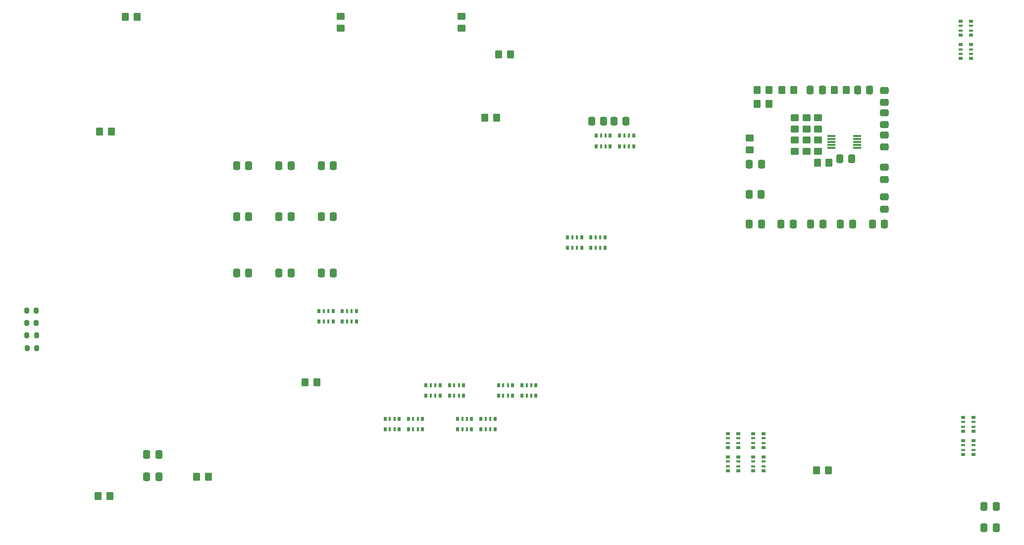
<source format=gbr>
%TF.GenerationSoftware,KiCad,Pcbnew,7.0.6-0*%
%TF.CreationDate,2024-10-04T12:35:45+02:00*%
%TF.ProjectId,Z3660_v022,5a333636-305f-4763-9032-322e6b696361,v0.22*%
%TF.SameCoordinates,Original*%
%TF.FileFunction,Paste,Bot*%
%TF.FilePolarity,Positive*%
%FSLAX46Y46*%
G04 Gerber Fmt 4.6, Leading zero omitted, Abs format (unit mm)*
G04 Created by KiCad (PCBNEW 7.0.6-0) date 2024-10-04 12:35:45*
%MOMM*%
%LPD*%
G01*
G04 APERTURE LIST*
G04 Aperture macros list*
%AMRoundRect*
0 Rectangle with rounded corners*
0 $1 Rounding radius*
0 $2 $3 $4 $5 $6 $7 $8 $9 X,Y pos of 4 corners*
0 Add a 4 corners polygon primitive as box body*
4,1,4,$2,$3,$4,$5,$6,$7,$8,$9,$2,$3,0*
0 Add four circle primitives for the rounded corners*
1,1,$1+$1,$2,$3*
1,1,$1+$1,$4,$5*
1,1,$1+$1,$6,$7*
1,1,$1+$1,$8,$9*
0 Add four rect primitives between the rounded corners*
20,1,$1+$1,$2,$3,$4,$5,0*
20,1,$1+$1,$4,$5,$6,$7,0*
20,1,$1+$1,$6,$7,$8,$9,0*
20,1,$1+$1,$8,$9,$2,$3,0*%
G04 Aperture macros list end*
%ADD10RoundRect,0.250000X-0.337500X-0.475000X0.337500X-0.475000X0.337500X0.475000X-0.337500X0.475000X0*%
%ADD11RoundRect,0.250000X0.350000X0.450000X-0.350000X0.450000X-0.350000X-0.450000X0.350000X-0.450000X0*%
%ADD12RoundRect,0.250000X-0.350000X-0.450000X0.350000X-0.450000X0.350000X0.450000X-0.350000X0.450000X0*%
%ADD13RoundRect,0.250000X-0.475000X0.337500X-0.475000X-0.337500X0.475000X-0.337500X0.475000X0.337500X0*%
%ADD14RoundRect,0.250000X0.450000X-0.350000X0.450000X0.350000X-0.450000X0.350000X-0.450000X-0.350000X0*%
%ADD15RoundRect,0.250000X0.475000X-0.337500X0.475000X0.337500X-0.475000X0.337500X-0.475000X-0.337500X0*%
%ADD16RoundRect,0.250000X-0.450000X0.350000X-0.450000X-0.350000X0.450000X-0.350000X0.450000X0.350000X0*%
%ADD17RoundRect,0.250000X0.337500X0.475000X-0.337500X0.475000X-0.337500X-0.475000X0.337500X-0.475000X0*%
%ADD18RoundRect,0.200000X-0.200000X-0.275000X0.200000X-0.275000X0.200000X0.275000X-0.200000X0.275000X0*%
%ADD19R,0.800000X0.500000*%
%ADD20R,0.800000X0.400000*%
%ADD21R,0.500000X0.800000*%
%ADD22R,0.400000X0.800000*%
%ADD23R,1.400000X0.300000*%
G04 APERTURE END LIST*
D10*
%TO.C,C12*%
X246917300Y-115239800D03*
X248992300Y-115239800D03*
%TD*%
D11*
%TO.C,R2*%
X161534600Y-48681200D03*
X163534600Y-48681200D03*
%TD*%
D12*
%TO.C,R3*%
X165950000Y-37900000D03*
X163950000Y-37900000D03*
%TD*%
D13*
%TO.C,C47*%
X229870000Y-44026000D03*
X229870000Y-46101000D03*
%TD*%
D10*
%TO.C,C11*%
X103717200Y-110210600D03*
X105792200Y-110210600D03*
%TD*%
D14*
%TO.C,R6*%
X206883000Y-52213000D03*
X206883000Y-54213000D03*
%TD*%
D12*
%TO.C,R7*%
X210143600Y-46380400D03*
X208143600Y-46380400D03*
%TD*%
%TO.C,R8*%
X214360000Y-43942000D03*
X212360000Y-43942000D03*
%TD*%
%TO.C,R13*%
X114258600Y-110200000D03*
X112258600Y-110200000D03*
%TD*%
D15*
%TO.C,C48*%
X229870000Y-49932500D03*
X229870000Y-47857500D03*
%TD*%
D10*
%TO.C,C13*%
X103717200Y-106400600D03*
X105792200Y-106400600D03*
%TD*%
%TO.C,C14*%
X246917300Y-118922800D03*
X248992300Y-118922800D03*
%TD*%
D12*
%TO.C,R5*%
X210143600Y-43942000D03*
X208143600Y-43942000D03*
%TD*%
%TO.C,R14*%
X220300000Y-109100000D03*
X218300000Y-109100000D03*
%TD*%
D16*
%TO.C,R4*%
X136900000Y-33400000D03*
X136900000Y-31400000D03*
%TD*%
D10*
%TO.C,C2*%
X126343500Y-56896000D03*
X128418500Y-56896000D03*
%TD*%
D17*
%TO.C,C5*%
X121179500Y-65659000D03*
X119104500Y-65659000D03*
%TD*%
D10*
%TO.C,C6*%
X126343500Y-65659000D03*
X128418500Y-65659000D03*
%TD*%
%TO.C,C7*%
X133582500Y-65659000D03*
X135657500Y-65659000D03*
%TD*%
D17*
%TO.C,C8*%
X121179500Y-75311000D03*
X119104500Y-75311000D03*
%TD*%
%TO.C,C9*%
X128418500Y-75311000D03*
X126343500Y-75311000D03*
%TD*%
%TO.C,C18*%
X229891500Y-66929000D03*
X227816500Y-66929000D03*
%TD*%
D10*
%TO.C,C19*%
X212195500Y-66929000D03*
X214270500Y-66929000D03*
%TD*%
%TO.C,C23*%
X217275500Y-66929000D03*
X219350500Y-66929000D03*
%TD*%
%TO.C,C20*%
X222355500Y-66929000D03*
X224430500Y-66929000D03*
%TD*%
D13*
%TO.C,C15*%
X229870000Y-57192000D03*
X229870000Y-59267000D03*
%TD*%
%TO.C,C21*%
X229870000Y-51667500D03*
X229870000Y-53742500D03*
%TD*%
D10*
%TO.C,C22*%
X206756500Y-66929000D03*
X208831500Y-66929000D03*
%TD*%
D13*
%TO.C,C17*%
X229870000Y-62272000D03*
X229870000Y-64347000D03*
%TD*%
D10*
%TO.C,C16*%
X206734500Y-61849000D03*
X208809500Y-61849000D03*
%TD*%
%TO.C,C3*%
X133582500Y-56896000D03*
X135657500Y-56896000D03*
%TD*%
%TO.C,C4*%
X119104500Y-56896000D03*
X121179500Y-56896000D03*
%TD*%
D17*
%TO.C,C44*%
X185695500Y-49276000D03*
X183620500Y-49276000D03*
%TD*%
D10*
%TO.C,C52*%
X179810500Y-49276000D03*
X181885500Y-49276000D03*
%TD*%
D17*
%TO.C,C46*%
X227351500Y-43992800D03*
X225276500Y-43992800D03*
%TD*%
D10*
%TO.C,C49*%
X206798000Y-56705500D03*
X208873000Y-56705500D03*
%TD*%
%TO.C,C10*%
X133582500Y-75311000D03*
X135657500Y-75311000D03*
%TD*%
%TO.C,C45*%
X217170500Y-43942000D03*
X219245500Y-43942000D03*
%TD*%
D16*
%TO.C,R11*%
X157550000Y-33400000D03*
X157550000Y-31400000D03*
%TD*%
D18*
%TO.C,R32*%
X83225000Y-81750000D03*
X84875000Y-81750000D03*
%TD*%
D19*
%TO.C,RN2*%
X244700000Y-36200000D03*
D20*
X244700000Y-37000000D03*
X244700000Y-37800000D03*
D19*
X244700000Y-38600000D03*
X242900000Y-38600000D03*
D20*
X242900000Y-37800000D03*
X242900000Y-37000000D03*
D19*
X242900000Y-36200000D03*
%TD*%
D21*
%TO.C,RN21*%
X137200000Y-81800000D03*
D22*
X138000000Y-81800000D03*
X138800000Y-81800000D03*
D21*
X139600000Y-81800000D03*
X139600000Y-83600000D03*
D22*
X138800000Y-83600000D03*
X138000000Y-83600000D03*
D21*
X137200000Y-83600000D03*
%TD*%
D17*
%TO.C,C63*%
X224303500Y-55778400D03*
X222228500Y-55778400D03*
%TD*%
D19*
%TO.C,RN16*%
X204900000Y-106800000D03*
D20*
X204900000Y-107600000D03*
X204900000Y-108400000D03*
D19*
X204900000Y-109200000D03*
X203100000Y-109200000D03*
D20*
X203100000Y-108400000D03*
X203100000Y-107600000D03*
D19*
X203100000Y-106800000D03*
%TD*%
%TO.C,RN17*%
X245100000Y-104000000D03*
D20*
X245100000Y-104800000D03*
X245100000Y-105600000D03*
D19*
X245100000Y-106400000D03*
X243300000Y-106400000D03*
D20*
X243300000Y-105600000D03*
X243300000Y-104800000D03*
D19*
X243300000Y-104000000D03*
%TD*%
D21*
%TO.C,RN7*%
X157900000Y-96300000D03*
D22*
X157100000Y-96300000D03*
X156300000Y-96300000D03*
D21*
X155500000Y-96300000D03*
X155500000Y-94500000D03*
D22*
X156300000Y-94500000D03*
X157100000Y-94500000D03*
D21*
X157900000Y-94500000D03*
%TD*%
D19*
%TO.C,RN1*%
X244700000Y-32200000D03*
D20*
X244700000Y-33000000D03*
X244700000Y-33800000D03*
D19*
X244700000Y-34600000D03*
X242900000Y-34600000D03*
D20*
X242900000Y-33800000D03*
X242900000Y-33000000D03*
D19*
X242900000Y-32200000D03*
%TD*%
D21*
%TO.C,RN10*%
X146900000Y-102100000D03*
D22*
X146100000Y-102100000D03*
X145300000Y-102100000D03*
D21*
X144500000Y-102100000D03*
X144500000Y-100300000D03*
D22*
X145300000Y-100300000D03*
X146100000Y-100300000D03*
D21*
X146900000Y-100300000D03*
%TD*%
D11*
%TO.C,R29*%
X95418400Y-113487200D03*
X97418400Y-113487200D03*
%TD*%
D21*
%TO.C,RN9*%
X150900000Y-102100000D03*
D22*
X150100000Y-102100000D03*
X149300000Y-102100000D03*
D21*
X148500000Y-102100000D03*
X148500000Y-100300000D03*
D22*
X149300000Y-100300000D03*
X150100000Y-100300000D03*
D21*
X150900000Y-100300000D03*
%TD*%
D19*
%TO.C,RN15*%
X204900000Y-102800000D03*
D20*
X204900000Y-103600000D03*
X204900000Y-104400000D03*
D19*
X204900000Y-105200000D03*
X203100000Y-105200000D03*
D20*
X203100000Y-104400000D03*
X203100000Y-103600000D03*
D19*
X203100000Y-102800000D03*
%TD*%
D18*
%TO.C,R35*%
X83225000Y-83850000D03*
X84875000Y-83850000D03*
%TD*%
D14*
%TO.C,R23*%
X216560400Y-48698400D03*
X216560400Y-50698400D03*
%TD*%
D18*
%TO.C,R37*%
X83275000Y-88150000D03*
X84925000Y-88150000D03*
%TD*%
D21*
%TO.C,RN19*%
X180600000Y-51800000D03*
D22*
X181400000Y-51800000D03*
X182200000Y-51800000D03*
D21*
X183000000Y-51800000D03*
X183000000Y-53600000D03*
D22*
X182200000Y-53600000D03*
X181400000Y-53600000D03*
D21*
X180600000Y-53600000D03*
%TD*%
D12*
%TO.C,R1*%
X132826000Y-94004000D03*
X130826000Y-94004000D03*
%TD*%
D19*
%TO.C,RN18*%
X245100000Y-100000000D03*
D20*
X245100000Y-100800000D03*
X245100000Y-101600000D03*
D19*
X245100000Y-102400000D03*
X243300000Y-102400000D03*
D20*
X243300000Y-101600000D03*
X243300000Y-100800000D03*
D19*
X243300000Y-100000000D03*
%TD*%
D21*
%TO.C,RN3*%
X170300000Y-96300000D03*
D22*
X169500000Y-96300000D03*
X168700000Y-96300000D03*
D21*
X167900000Y-96300000D03*
X167900000Y-94500000D03*
D22*
X168700000Y-94500000D03*
X169500000Y-94500000D03*
D21*
X170300000Y-94500000D03*
%TD*%
D12*
%TO.C,R19*%
X102117400Y-31460000D03*
X100117400Y-31460000D03*
%TD*%
D11*
%TO.C,R30*%
X218421200Y-56388000D03*
X220421200Y-56388000D03*
%TD*%
D18*
%TO.C,R36*%
X83250000Y-86000000D03*
X84900000Y-86000000D03*
%TD*%
D21*
%TO.C,RN22*%
X133200000Y-81800000D03*
D22*
X134000000Y-81800000D03*
X134800000Y-81800000D03*
D21*
X135600000Y-81800000D03*
X135600000Y-83600000D03*
D22*
X134800000Y-83600000D03*
X134000000Y-83600000D03*
D21*
X133200000Y-83600000D03*
%TD*%
D14*
%TO.C,R22*%
X214579200Y-52492400D03*
X214579200Y-54492400D03*
%TD*%
D11*
%TO.C,R17*%
X95672400Y-51104800D03*
X97672400Y-51104800D03*
%TD*%
D14*
%TO.C,R26*%
X218541600Y-52508400D03*
X218541600Y-54508400D03*
%TD*%
%TO.C,R25*%
X218541600Y-48698400D03*
X218541600Y-50698400D03*
%TD*%
D21*
%TO.C,RN8*%
X153900000Y-96300000D03*
D22*
X153100000Y-96300000D03*
X152300000Y-96300000D03*
D21*
X151500000Y-96300000D03*
X151500000Y-94500000D03*
D22*
X152300000Y-94500000D03*
X153100000Y-94500000D03*
D21*
X153900000Y-94500000D03*
%TD*%
D23*
%TO.C,U1*%
X220796400Y-53848000D03*
X220796400Y-53348000D03*
X220796400Y-52848000D03*
X220796400Y-52348000D03*
X220796400Y-51848000D03*
X225196400Y-51848000D03*
X225196400Y-52348000D03*
X225196400Y-52848000D03*
X225196400Y-53348000D03*
X225196400Y-53848000D03*
%TD*%
D21*
%TO.C,RN20*%
X184600000Y-51800000D03*
D22*
X185400000Y-51800000D03*
X186200000Y-51800000D03*
D21*
X187000000Y-51800000D03*
X187000000Y-53600000D03*
D22*
X186200000Y-53600000D03*
X185400000Y-53600000D03*
D21*
X184600000Y-53600000D03*
%TD*%
D14*
%TO.C,R24*%
X214579200Y-48682400D03*
X214579200Y-50682400D03*
%TD*%
D19*
%TO.C,RN13*%
X207400000Y-109200000D03*
D20*
X207400000Y-108400000D03*
X207400000Y-107600000D03*
D19*
X207400000Y-106800000D03*
X209200000Y-106800000D03*
D20*
X209200000Y-107600000D03*
X209200000Y-108400000D03*
D19*
X209200000Y-109200000D03*
%TD*%
D21*
%TO.C,RN12*%
X175700000Y-69200000D03*
D22*
X176500000Y-69200000D03*
X177300000Y-69200000D03*
D21*
X178100000Y-69200000D03*
X178100000Y-71000000D03*
D22*
X177300000Y-71000000D03*
X176500000Y-71000000D03*
D21*
X175700000Y-71000000D03*
%TD*%
D19*
%TO.C,RN14*%
X207400000Y-105200000D03*
D20*
X207400000Y-104400000D03*
X207400000Y-103600000D03*
D19*
X207400000Y-102800000D03*
X209200000Y-102800000D03*
D20*
X209200000Y-103600000D03*
X209200000Y-104400000D03*
D19*
X209200000Y-105200000D03*
%TD*%
D21*
%TO.C,RN11*%
X179700000Y-69200000D03*
D22*
X180500000Y-69200000D03*
X181300000Y-69200000D03*
D21*
X182100000Y-69200000D03*
X182100000Y-71000000D03*
D22*
X181300000Y-71000000D03*
X180500000Y-71000000D03*
D21*
X179700000Y-71000000D03*
%TD*%
%TO.C,RN4*%
X166300000Y-96300000D03*
D22*
X165500000Y-96300000D03*
X164700000Y-96300000D03*
D21*
X163900000Y-96300000D03*
X163900000Y-94500000D03*
D22*
X164700000Y-94500000D03*
X165500000Y-94500000D03*
D21*
X166300000Y-94500000D03*
%TD*%
D14*
%TO.C,R27*%
X216560400Y-52492400D03*
X216560400Y-54492400D03*
%TD*%
D21*
%TO.C,RN6*%
X159300000Y-102100000D03*
D22*
X158500000Y-102100000D03*
X157700000Y-102100000D03*
D21*
X156900000Y-102100000D03*
X156900000Y-100300000D03*
D22*
X157700000Y-100300000D03*
X158500000Y-100300000D03*
D21*
X159300000Y-100300000D03*
%TD*%
D11*
%TO.C,R12*%
X221351600Y-43992800D03*
X223351600Y-43992800D03*
%TD*%
D21*
%TO.C,RN5*%
X163300000Y-102100000D03*
D22*
X162500000Y-102100000D03*
X161700000Y-102100000D03*
D21*
X160900000Y-102100000D03*
X160900000Y-100300000D03*
D22*
X161700000Y-100300000D03*
X162500000Y-100300000D03*
D21*
X163300000Y-100300000D03*
%TD*%
M02*

</source>
